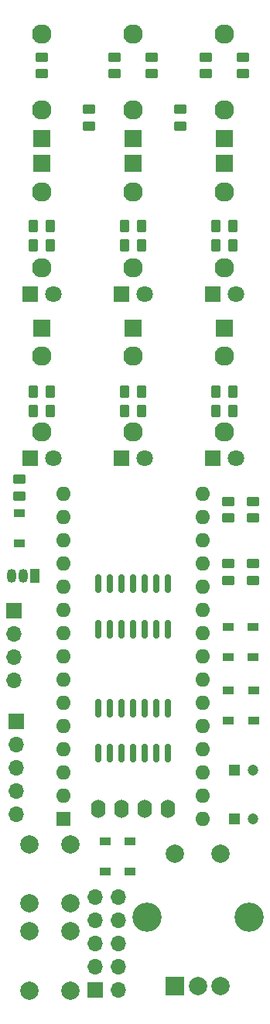
<source format=gbr>
%TF.GenerationSoftware,KiCad,Pcbnew,7.0.10-7.0.10~ubuntu22.04.1*%
%TF.CreationDate,2024-05-18T14:45:39+03:00*%
%TF.ProjectId,gtoe,67746f65-2e6b-4696-9361-645f70636258,rev?*%
%TF.SameCoordinates,Original*%
%TF.FileFunction,Soldermask,Bot*%
%TF.FilePolarity,Negative*%
%FSLAX46Y46*%
G04 Gerber Fmt 4.6, Leading zero omitted, Abs format (unit mm)*
G04 Created by KiCad (PCBNEW 7.0.10-7.0.10~ubuntu22.04.1) date 2024-05-18 14:45:39*
%MOMM*%
%LPD*%
G01*
G04 APERTURE LIST*
G04 Aperture macros list*
%AMRoundRect*
0 Rectangle with rounded corners*
0 $1 Rounding radius*
0 $2 $3 $4 $5 $6 $7 $8 $9 X,Y pos of 4 corners*
0 Add a 4 corners polygon primitive as box body*
4,1,4,$2,$3,$4,$5,$6,$7,$8,$9,$2,$3,0*
0 Add four circle primitives for the rounded corners*
1,1,$1+$1,$2,$3*
1,1,$1+$1,$4,$5*
1,1,$1+$1,$6,$7*
1,1,$1+$1,$8,$9*
0 Add four rect primitives between the rounded corners*
20,1,$1+$1,$2,$3,$4,$5,0*
20,1,$1+$1,$4,$5,$6,$7,0*
20,1,$1+$1,$6,$7,$8,$9,0*
20,1,$1+$1,$8,$9,$2,$3,0*%
G04 Aperture macros list end*
%ADD10R,1.930000X1.830000*%
%ADD11C,2.130000*%
%ADD12C,2.000000*%
%ADD13R,1.800000X1.800000*%
%ADD14C,1.800000*%
%ADD15O,1.600000X2.000000*%
%ADD16R,2.000000X2.000000*%
%ADD17C,3.200000*%
%ADD18R,1.200000X0.900000*%
%ADD19RoundRect,0.250000X-0.450000X0.262500X-0.450000X-0.262500X0.450000X-0.262500X0.450000X0.262500X0*%
%ADD20R,1.200000X1.200000*%
%ADD21C,1.200000*%
%ADD22RoundRect,0.250000X0.262500X0.450000X-0.262500X0.450000X-0.262500X-0.450000X0.262500X-0.450000X0*%
%ADD23RoundRect,0.150000X-0.150000X0.825000X-0.150000X-0.825000X0.150000X-0.825000X0.150000X0.825000X0*%
%ADD24R,1.700000X1.700000*%
%ADD25O,1.700000X1.700000*%
%ADD26R,1.600000X1.600000*%
%ADD27O,1.600000X1.600000*%
%ADD28RoundRect,0.250000X0.450000X-0.262500X0.450000X0.262500X-0.450000X0.262500X-0.450000X-0.262500X0*%
%ADD29R,1.050000X1.500000*%
%ADD30O,1.050000X1.500000*%
G04 APERTURE END LIST*
D10*
%TO.C,J9*%
X124800000Y-52780000D03*
D11*
X124800000Y-41380000D03*
X124800000Y-49680000D03*
%TD*%
D12*
%TO.C,SW3*%
X103450000Y-146000000D03*
X103450000Y-139500000D03*
X107950000Y-139500000D03*
X107950000Y-146000000D03*
%TD*%
D13*
%TO.C,D5*%
X113530000Y-87800000D03*
D14*
X116070000Y-87800000D03*
%TD*%
D10*
%TO.C,J2*%
X114800000Y-55520000D03*
D11*
X114800000Y-66920000D03*
X114800000Y-58620000D03*
%TD*%
D10*
%TO.C,J5*%
X114800000Y-73520000D03*
D11*
X114800000Y-84920000D03*
X114800000Y-76620000D03*
%TD*%
D13*
%TO.C,D4*%
X103530000Y-87800000D03*
D14*
X106070000Y-87800000D03*
%TD*%
D13*
%TO.C,D3*%
X123530000Y-69800000D03*
D14*
X126070000Y-69800000D03*
%TD*%
D15*
%TO.C,Screen*%
X118621000Y-126100000D03*
X116081000Y-126100000D03*
X113541000Y-126100000D03*
X111000000Y-126100000D03*
%TD*%
D10*
%TO.C,J3*%
X124800000Y-55520000D03*
D11*
X124800000Y-66920000D03*
X124800000Y-58620000D03*
%TD*%
D13*
%TO.C,D2*%
X113530000Y-69800000D03*
D14*
X116070000Y-69800000D03*
%TD*%
D16*
%TO.C,SW2*%
X119400000Y-145500000D03*
D12*
X124400000Y-145500000D03*
X121900000Y-145500000D03*
D17*
X116300000Y-138000000D03*
X127500000Y-138000000D03*
D12*
X124400000Y-131000000D03*
X119400000Y-131000000D03*
%TD*%
D10*
%TO.C,J8*%
X114800000Y-52780000D03*
D11*
X114800000Y-41380000D03*
X114800000Y-49680000D03*
%TD*%
D10*
%TO.C,J6*%
X124800000Y-73520000D03*
D11*
X124800000Y-84920000D03*
X124800000Y-76620000D03*
%TD*%
D10*
%TO.C,J1*%
X104800000Y-55520000D03*
D11*
X104800000Y-66920000D03*
X104800000Y-58620000D03*
%TD*%
D13*
%TO.C,D6*%
X123530000Y-87800000D03*
D14*
X126070000Y-87800000D03*
%TD*%
D13*
%TO.C,D1*%
X103530000Y-69800000D03*
D14*
X106070000Y-69800000D03*
%TD*%
D10*
%TO.C,J4*%
X104800000Y-73520000D03*
D11*
X104800000Y-84920000D03*
X104800000Y-76620000D03*
%TD*%
D10*
%TO.C,J7*%
X104800000Y-52780000D03*
D11*
X104800000Y-41380000D03*
X104800000Y-49680000D03*
%TD*%
D12*
%TO.C,SW1*%
X103450000Y-136500000D03*
X103450000Y-130000000D03*
X107950000Y-130000000D03*
X107950000Y-136500000D03*
%TD*%
D18*
%TO.C,D13*%
X114460000Y-129668000D03*
X114460000Y-132968000D03*
%TD*%
D19*
%TO.C,R24*%
X120000000Y-49587500D03*
X120000000Y-51412500D03*
%TD*%
%TO.C,R19*%
X122800000Y-43887500D03*
X122800000Y-45712500D03*
%TD*%
D20*
%TO.C,C1*%
X125900000Y-127200000D03*
D21*
X127900000Y-127200000D03*
%TD*%
D18*
%TO.C,D9*%
X128000000Y-116450000D03*
X128000000Y-113150000D03*
%TD*%
%TO.C,D11*%
X127900000Y-109550000D03*
X127900000Y-106250000D03*
%TD*%
D22*
%TO.C,R9*%
X115712500Y-82600000D03*
X113887500Y-82600000D03*
%TD*%
D18*
%TO.C,D12*%
X111760000Y-129668000D03*
X111760000Y-132968000D03*
%TD*%
D22*
%TO.C,R3*%
X115712500Y-64500000D03*
X113887500Y-64500000D03*
%TD*%
D23*
%TO.C,U2*%
X110990000Y-115125000D03*
X112260000Y-115125000D03*
X113530000Y-115125000D03*
X114800000Y-115125000D03*
X116070000Y-115125000D03*
X117340000Y-115125000D03*
X118610000Y-115125000D03*
X118610000Y-120075000D03*
X117340000Y-120075000D03*
X116070000Y-120075000D03*
X114800000Y-120075000D03*
X113530000Y-120075000D03*
X112260000Y-120075000D03*
X110990000Y-120075000D03*
%TD*%
D24*
%TO.C,LINK*%
X101800000Y-104450000D03*
D25*
X101800000Y-106990000D03*
X101800000Y-109530000D03*
X101800000Y-112070000D03*
%TD*%
D19*
%TO.C,R23*%
X110000000Y-49587500D03*
X110000000Y-51412500D03*
%TD*%
D26*
%TO.C,A1*%
X107175000Y-127200000D03*
D27*
X107175000Y-124660000D03*
X107175000Y-122120000D03*
X107175000Y-119580000D03*
X107175000Y-117040000D03*
X107175000Y-114500000D03*
X107175000Y-111960000D03*
X107175000Y-109420000D03*
X107175000Y-106880000D03*
X107175000Y-104340000D03*
X107175000Y-101800000D03*
X107175000Y-99260000D03*
X107175000Y-96720000D03*
X107175000Y-94180000D03*
X107175000Y-91640000D03*
X122415000Y-91640000D03*
X122415000Y-94180000D03*
X122415000Y-96720000D03*
X122415000Y-99260000D03*
X122415000Y-101800000D03*
X122415000Y-104340000D03*
X122415000Y-106880000D03*
X122415000Y-109420000D03*
X122415000Y-111960000D03*
X122415000Y-114500000D03*
X122415000Y-117040000D03*
X122415000Y-119580000D03*
X122415000Y-122120000D03*
X122415000Y-124660000D03*
X122415000Y-127200000D03*
%TD*%
D19*
%TO.C,R13*%
X104800000Y-43887500D03*
X104800000Y-45712500D03*
%TD*%
D22*
%TO.C,R7*%
X105712500Y-82600000D03*
X103887500Y-82600000D03*
%TD*%
%TO.C,R12*%
X125712500Y-80500000D03*
X123887500Y-80500000D03*
%TD*%
%TO.C,R10*%
X115712500Y-80500000D03*
X113887500Y-80500000D03*
%TD*%
D28*
%TO.C,R14*%
X102350000Y-91912500D03*
X102350000Y-90087500D03*
%TD*%
%TO.C,R22*%
X125200000Y-101112500D03*
X125200000Y-99287500D03*
%TD*%
D19*
%TO.C,R18*%
X116800000Y-43887500D03*
X116800000Y-45712500D03*
%TD*%
D24*
%TO.C,MIDI*%
X102000000Y-116525000D03*
D25*
X102000000Y-119065000D03*
X102000000Y-121605000D03*
X102000000Y-124145000D03*
X102000000Y-126685000D03*
%TD*%
D22*
%TO.C,R2*%
X105712500Y-62400000D03*
X103887500Y-62400000D03*
%TD*%
%TO.C,R5*%
X125712500Y-64500000D03*
X123887500Y-64500000D03*
%TD*%
%TO.C,R11*%
X125712500Y-82600000D03*
X123887500Y-82600000D03*
%TD*%
D19*
%TO.C,R20*%
X127900000Y-99287500D03*
X127900000Y-101112500D03*
%TD*%
D20*
%TO.C,C2*%
X125900000Y-121900000D03*
D21*
X127900000Y-121900000D03*
%TD*%
D18*
%TO.C,D8*%
X125200000Y-116450000D03*
X125200000Y-113150000D03*
%TD*%
D22*
%TO.C,R1*%
X105712500Y-64500000D03*
X103887500Y-64500000D03*
%TD*%
D19*
%TO.C,R15*%
X112800000Y-43887500D03*
X112800000Y-45712500D03*
%TD*%
D22*
%TO.C,R8*%
X105712500Y-80500000D03*
X103887500Y-80500000D03*
%TD*%
D23*
%TO.C,U1*%
X110990000Y-101525000D03*
X112260000Y-101525000D03*
X113530000Y-101525000D03*
X114800000Y-101525000D03*
X116070000Y-101525000D03*
X117340000Y-101525000D03*
X118610000Y-101525000D03*
X118610000Y-106475000D03*
X117340000Y-106475000D03*
X116070000Y-106475000D03*
X114800000Y-106475000D03*
X113530000Y-106475000D03*
X112260000Y-106475000D03*
X110990000Y-106475000D03*
%TD*%
D18*
%TO.C,D7*%
X102400000Y-97100000D03*
X102400000Y-93800000D03*
%TD*%
D19*
%TO.C,R21*%
X127900000Y-92487500D03*
X127900000Y-94312500D03*
%TD*%
D22*
%TO.C,R4*%
X115712500Y-62400000D03*
X113887500Y-62400000D03*
%TD*%
D28*
%TO.C,R17*%
X125200000Y-94312500D03*
X125200000Y-92487500D03*
%TD*%
D18*
%TO.C,D10*%
X125200000Y-109550000D03*
X125200000Y-106250000D03*
%TD*%
D22*
%TO.C,R6*%
X125712500Y-62400000D03*
X123887500Y-62400000D03*
%TD*%
D19*
%TO.C,R16*%
X126800000Y-43887500D03*
X126800000Y-45712500D03*
%TD*%
D29*
%TO.C,Q1*%
X104020000Y-100610000D03*
D30*
X102750000Y-100610000D03*
X101480000Y-100610000D03*
%TD*%
D25*
%TO.C,J10*%
X113180000Y-135800000D03*
X110640000Y-135800000D03*
X113180000Y-138340000D03*
X110640000Y-138340000D03*
X113180000Y-140880000D03*
X110640000Y-140880000D03*
X113180000Y-143420000D03*
X110640000Y-143420000D03*
X113180000Y-145960000D03*
D24*
X110640000Y-145960000D03*
%TD*%
M02*

</source>
